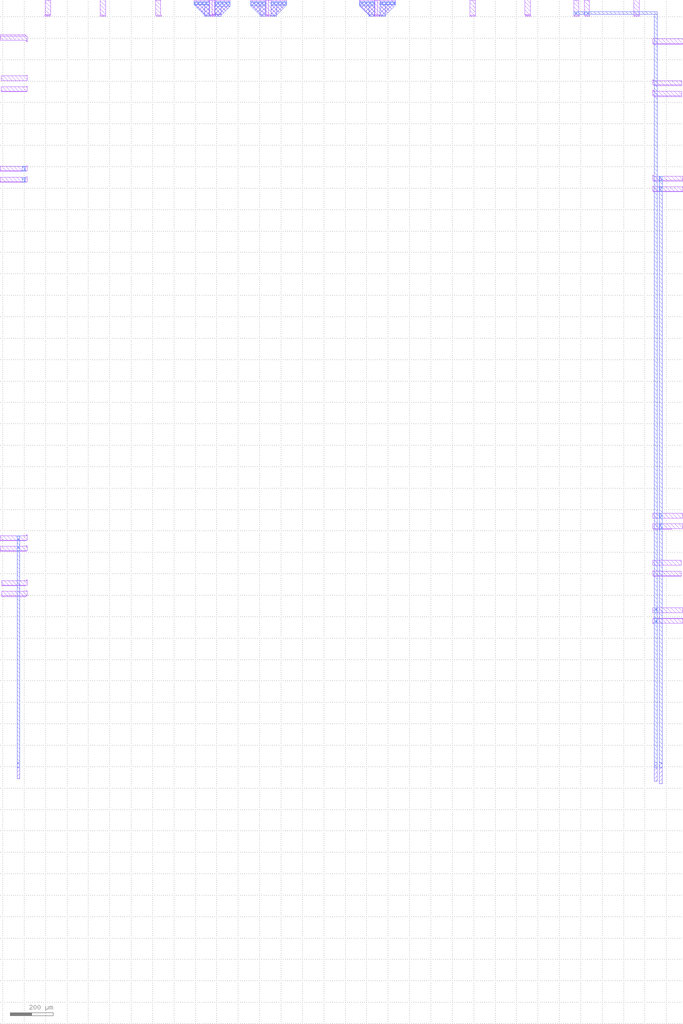
<source format=lef>
VERSION 5.7 ;
  NOWIREEXTENSIONATPIN ON ;
  DIVIDERCHAR "/" ;
  BUSBITCHARS "[]" ;
MACRO caravan_signal_routing
  CLASS BLOCK ;
  FOREIGN caravan_signal_routing ;
  ORIGIN 0.000 0.000 ;
  SIZE 1.000 BY 1.000 ;
  OBS
      LAYER met3 ;
        POLYGON 199.220 4710.300 199.220 4707.090 196.010 4707.090 ;
        RECT 199.220 4709.800 224.220 4778.310 ;
        RECT 199.220 4707.090 221.010 4709.800 ;
        RECT 196.010 4703.090 221.010 4707.090 ;
        POLYGON 221.010 4709.800 224.220 4709.800 221.010 4706.590 ;
        RECT 456.220 4707.090 481.220 4778.360 ;
        RECT 456.010 4706.410 481.220 4707.090 ;
        RECT 713.220 4707.090 738.220 4778.180 ;
        RECT 893.500 4756.600 964.895 4778.180 ;
        POLYGON 893.500 4756.600 943.010 4756.600 943.010 4707.090 ;
        RECT 943.010 4707.090 964.895 4756.600 ;
        RECT 966.395 4710.205 977.395 4778.180 ;
        POLYGON 966.395 4710.205 969.510 4710.205 969.510 4707.090 ;
        RECT 969.510 4707.090 977.395 4710.205 ;
        RECT 978.390 4710.710 989.390 4778.180 ;
        POLYGON 978.390 4710.710 980.260 4710.710 980.260 4708.840 ;
        RECT 980.260 4708.840 989.390 4710.710 ;
        RECT 990.890 4750.080 1062.500 4778.180 ;
        RECT 990.890 4710.710 1019.510 4750.080 ;
        POLYGON 990.890 4710.710 992.760 4710.710 992.760 4708.840 ;
        RECT 992.760 4708.840 1019.510 4710.710 ;
        POLYGON 977.395 4708.840 979.145 4707.090 977.395 4707.090 ;
        POLYGON 980.260 4708.840 982.010 4708.840 982.010 4707.090 ;
        RECT 982.010 4707.090 989.390 4708.840 ;
        POLYGON 989.390 4708.840 991.140 4707.090 989.390 4707.090 ;
        POLYGON 992.760 4708.840 994.510 4708.840 994.510 4707.090 ;
        RECT 713.220 4706.760 741.010 4707.090 ;
        RECT 456.010 4703.090 481.010 4706.410 ;
        RECT 716.010 4703.090 741.010 4706.760 ;
        RECT 943.010 4703.090 968.010 4707.090 ;
        RECT 969.510 4703.090 980.510 4707.090 ;
        RECT 982.010 4703.090 993.010 4707.090 ;
        RECT 994.510 4703.090 1019.510 4708.840 ;
        POLYGON 1019.510 4750.080 1062.500 4750.080 1019.510 4707.090 ;
        RECT 1156.500 4752.100 1227.895 4778.270 ;
        POLYGON 1156.500 4752.100 1201.510 4752.100 1201.510 4707.090 ;
        RECT 1201.510 4708.475 1227.895 4752.100 ;
        RECT 1201.510 4703.090 1226.510 4708.475 ;
        POLYGON 1226.510 4708.475 1227.895 4708.475 1226.510 4707.090 ;
        RECT 1229.395 4708.475 1240.395 4778.270 ;
        POLYGON 1229.395 4708.090 1229.395 4707.090 1228.395 4707.090 ;
        RECT 1229.395 4707.090 1239.010 4708.475 ;
        POLYGON 1239.010 4708.475 1240.395 4708.475 1239.010 4707.090 ;
        RECT 1241.390 4707.970 1252.390 4778.270 ;
        POLYGON 1241.390 4707.970 1241.390 4707.090 1240.510 4707.090 ;
        RECT 1241.390 4707.090 1251.510 4707.970 ;
        POLYGON 1251.510 4707.970 1252.390 4707.970 1251.510 4707.090 ;
        RECT 1253.890 4754.580 1325.500 4778.270 ;
        RECT 1253.890 4707.090 1278.010 4754.580 ;
        POLYGON 1278.010 4754.580 1325.500 4754.580 1278.010 4707.090 ;
        RECT 1665.500 4751.600 1736.895 4778.110 ;
        POLYGON 1665.500 4751.600 1710.010 4751.600 1710.010 4707.090 ;
        RECT 1710.010 4708.975 1736.895 4751.600 ;
        RECT 1228.010 4703.090 1239.010 4707.090 ;
        RECT 1240.510 4703.090 1251.510 4707.090 ;
        RECT 1253.010 4703.090 1278.010 4707.090 ;
        RECT 1710.010 4703.090 1735.010 4708.975 ;
        POLYGON 1735.010 4708.975 1736.895 4708.975 1735.010 4707.090 ;
        RECT 1738.395 4708.975 1749.395 4778.110 ;
        POLYGON 1738.395 4708.490 1738.395 4707.090 1736.995 4707.090 ;
        RECT 1738.395 4708.470 1748.890 4708.975 ;
        POLYGON 1748.890 4708.975 1749.395 4708.975 1748.890 4708.470 ;
        RECT 1750.390 4708.470 1761.390 4778.110 ;
        RECT 1738.395 4707.090 1747.510 4708.470 ;
        POLYGON 1747.510 4708.470 1748.890 4708.470 1747.510 4707.090 ;
        POLYGON 1750.390 4708.470 1750.390 4707.090 1749.010 4707.090 ;
        RECT 1750.390 4707.090 1760.010 4708.470 ;
        POLYGON 1760.010 4708.470 1761.390 4708.470 1760.010 4707.090 ;
        RECT 1762.890 4755.080 1834.500 4778.110 ;
        RECT 1762.890 4707.090 1786.510 4755.080 ;
        POLYGON 1786.510 4755.080 1834.500 4755.080 1786.510 4707.090 ;
        RECT 2182.220 4707.090 2207.220 4778.020 ;
        RECT 1736.510 4703.090 1747.510 4707.090 ;
        RECT 1749.010 4703.090 1760.010 4707.090 ;
        RECT 1761.510 4703.090 1786.510 4707.090 ;
        RECT 2182.010 4706.420 2207.220 4707.090 ;
        RECT 2439.220 4709.820 2464.220 4778.460 ;
        POLYGON 2439.220 4709.820 2442.010 4709.820 2442.010 4707.030 ;
        RECT 2442.010 4707.090 2464.220 4709.820 ;
        POLYGON 2464.220 4709.880 2467.010 4707.090 2464.220 4707.090 ;
        RECT 2182.010 4703.090 2207.010 4706.420 ;
        RECT 2442.010 4703.090 2467.010 4707.090 ;
        RECT 2667.000 4707.890 2690.895 4777.960 ;
        POLYGON 2667.000 4707.890 2668.010 4707.890 2668.010 4706.880 ;
        RECT 2668.010 4707.090 2690.895 4707.890 ;
        POLYGON 2690.895 4708.205 2692.010 4707.090 2690.895 4707.090 ;
        RECT 2668.010 4703.090 2692.010 4707.090 ;
        RECT 2716.890 4708.000 2740.790 4777.960 ;
        POLYGON 2716.890 4708.000 2718.010 4708.000 2718.010 4706.880 ;
        RECT 2718.010 4707.090 2740.790 4708.000 ;
        POLYGON 2740.790 4708.310 2742.010 4707.090 2740.790 4707.090 ;
        RECT 2948.220 4707.090 2973.220 4778.730 ;
        RECT 2718.010 4703.090 2742.010 4707.090 ;
        RECT 2948.010 4706.370 2973.220 4707.090 ;
        RECT 2948.010 4703.090 2973.010 4706.370 ;
        RECT -12.680 4609.300 105.820 4615.220 ;
        POLYGON 105.820 4615.220 111.740 4609.300 105.820 4609.300 ;
        RECT -12.680 4590.220 115.040 4609.300 ;
        POLYGON 105.125 4590.220 111.040 4590.220 111.040 4584.305 ;
        RECT 111.040 4584.300 115.040 4590.220 ;
        RECT 3035.040 4597.780 3039.040 4598.010 ;
        RECT 3035.040 4573.010 3177.530 4597.780 ;
        RECT 3038.580 4572.780 3177.530 4573.010 ;
        RECT 111.040 4424.200 115.040 4426.300 ;
        RECT -6.220 4402.300 115.040 4424.200 ;
        RECT -6.220 4400.255 111.260 4402.300 ;
        RECT 3035.040 4402.010 3039.040 4406.010 ;
        POLYGON 3039.040 4406.010 3043.040 4402.010 3039.040 4402.010 ;
        RECT 3035.040 4382.010 3170.900 4402.010 ;
        POLYGON 3038.130 4382.010 3042.140 4382.010 3042.140 4378.000 ;
        RECT 3042.140 4378.000 3170.900 4382.010 ;
        RECT 111.040 4374.000 115.040 4376.305 ;
        RECT -6.220 4352.300 115.040 4374.000 ;
        RECT -6.220 4350.000 111.300 4352.300 ;
        RECT 3035.040 4351.745 3039.040 4356.010 ;
        POLYGON 3039.040 4356.010 3043.305 4351.745 3039.040 4351.745 ;
        RECT 3035.040 4332.010 3170.900 4351.745 ;
        POLYGON 3038.170 4332.010 3042.380 4332.010 3042.380 4327.800 ;
        RECT 3042.380 4327.800 3170.900 4332.010 ;
        POLYGON 111.040 4004.300 111.040 4001.790 108.530 4001.790 ;
        RECT 111.040 4001.790 115.040 4004.300 ;
        RECT -12.000 3980.300 115.040 4001.790 ;
        RECT -12.000 3977.890 109.260 3980.300 ;
        POLYGON 109.260 3980.300 111.670 3980.300 109.260 3977.890 ;
        RECT 3035.040 3956.005 3039.040 3959.900 ;
        POLYGON 111.040 3954.300 111.040 3951.895 108.635 3951.895 ;
        RECT 111.040 3951.895 115.040 3954.300 ;
        RECT -12.000 3930.300 115.040 3951.895 ;
        RECT 3035.040 3935.900 3176.660 3956.005 ;
        RECT 3037.790 3932.105 3176.660 3935.900 ;
        RECT 37.960 3930.295 111.670 3930.300 ;
        RECT -12.000 3927.995 109.370 3930.295 ;
        POLYGON 109.370 3930.295 111.670 3930.295 109.370 3927.995 ;
        RECT 3035.040 3906.110 3039.040 3909.900 ;
        RECT 3035.040 3885.900 3176.660 3906.110 ;
        RECT 3037.790 3882.210 3176.660 3885.900 ;
        RECT 3035.040 2383.005 3039.040 2383.240 ;
        RECT 3035.040 2359.240 3176.660 2383.005 ;
        RECT 3038.790 2359.105 3124.080 2359.240 ;
        RECT 3035.040 2333.110 3039.040 2333.240 ;
        RECT 3035.040 2309.240 3176.660 2333.110 ;
        RECT 3038.830 2309.210 3124.120 2309.240 ;
        POLYGON 111.040 2281.530 111.040 2278.790 108.300 2278.790 ;
        RECT 111.040 2278.790 115.040 2281.530 ;
        RECT -12.000 2257.530 115.040 2278.790 ;
        RECT -12.000 2254.890 108.560 2257.530 ;
        POLYGON 108.560 2257.530 111.200 2257.530 108.560 2254.890 ;
        POLYGON 111.040 2231.525 111.040 2228.895 108.410 2228.895 ;
        RECT 111.040 2228.895 115.040 2231.530 ;
        RECT -12.000 2207.530 115.040 2228.895 ;
        RECT -12.000 2204.995 108.705 2207.530 ;
        POLYGON 108.705 2207.530 111.240 2207.530 108.705 2204.995 ;
        RECT 3035.040 2163.000 3039.040 2164.240 ;
        RECT 3035.040 2140.240 3169.390 2163.000 ;
        RECT 3038.710 2139.000 3169.390 2140.240 ;
        RECT 3035.040 2112.745 3039.040 2114.240 ;
        RECT 3035.040 2090.240 3169.390 2112.745 ;
        RECT 3038.710 2088.800 3169.390 2090.240 ;
        POLYGON 111.040 2071.530 111.040 2068.200 107.710 2068.200 ;
        RECT 111.040 2068.200 115.040 2071.530 ;
        RECT -4.500 2047.530 115.040 2068.200 ;
        RECT -4.500 2044.255 108.135 2047.530 ;
        POLYGON 108.135 2047.530 111.410 2047.530 108.135 2044.255 ;
        POLYGON 111.040 2021.530 111.040 2018.000 107.510 2018.000 ;
        RECT 111.040 2018.000 115.040 2021.530 ;
        RECT -4.500 1997.530 115.040 2018.000 ;
        RECT -4.500 1994.000 107.790 1997.530 ;
        POLYGON 107.790 1997.530 111.320 1997.530 107.790 1994.000 ;
        RECT 3038.840 1941.240 3176.880 1942.005 ;
        RECT 3035.040 1918.105 3176.880 1941.240 ;
        RECT 3035.040 1917.310 3173.620 1918.105 ;
        RECT 3035.040 1917.240 3039.040 1917.310 ;
        RECT 3038.790 1891.240 3176.880 1892.110 ;
        RECT 3035.040 1868.210 3176.880 1891.240 ;
        RECT 3035.040 1867.240 3039.040 1868.210 ;
      LAYER via3 ;
        RECT 895.635 4758.740 962.755 4767.460 ;
        RECT 993.025 4758.740 1060.145 4767.460 ;
        RECT 1158.635 4758.740 1225.755 4767.460 ;
        RECT 1256.025 4758.740 1323.145 4767.460 ;
        RECT 1667.635 4758.740 1734.755 4767.460 ;
        RECT 1765.025 4758.740 1832.145 4767.460 ;
        RECT 2667.925 4711.955 2689.845 4723.475 ;
        RECT 2717.925 4711.955 2739.845 4723.475 ;
        RECT 91.780 3979.040 103.300 4000.960 ;
        RECT 91.780 3929.040 103.300 3950.960 ;
        RECT 3068.125 3933.255 3079.645 3955.175 ;
        RECT 3068.125 3883.255 3079.645 3905.175 ;
        RECT 3068.125 2360.255 3079.645 2382.175 ;
        RECT 3068.125 2310.255 3079.645 2332.175 ;
        RECT 67.780 2256.040 79.300 2277.960 ;
        RECT 67.780 2206.040 79.300 2227.960 ;
        RECT 3044.125 1919.255 3055.645 1941.175 ;
        RECT 3044.125 1869.255 3055.645 1891.175 ;
      LAYER met4 ;
        RECT 893.500 4756.600 964.895 4769.600 ;
        POLYGON 893.500 4756.600 943.010 4756.600 943.010 4707.090 ;
        RECT 943.010 4707.090 964.895 4756.600 ;
        RECT 990.890 4758.600 1062.285 4769.600 ;
        RECT 990.890 4750.080 1062.500 4758.600 ;
        RECT 990.890 4710.710 1019.510 4750.080 ;
        POLYGON 990.890 4710.710 994.510 4710.710 994.510 4707.090 ;
        RECT 943.010 4703.090 968.010 4707.090 ;
        RECT 994.510 4703.090 1019.510 4710.710 ;
        POLYGON 1019.510 4750.080 1062.500 4750.080 1019.510 4707.090 ;
        RECT 1156.500 4752.100 1227.895 4769.600 ;
        POLYGON 1156.500 4752.100 1201.510 4752.100 1201.510 4707.090 ;
        RECT 1201.510 4708.475 1227.895 4752.100 ;
        RECT 1201.510 4703.090 1226.510 4708.475 ;
        POLYGON 1226.510 4708.475 1227.895 4708.475 1226.510 4707.090 ;
        RECT 1253.890 4758.600 1325.285 4769.600 ;
        RECT 1253.890 4754.580 1325.500 4758.600 ;
        RECT 1253.890 4707.090 1278.010 4754.580 ;
        POLYGON 1278.010 4754.580 1325.500 4754.580 1278.010 4707.090 ;
        RECT 1665.500 4751.600 1736.895 4769.600 ;
        POLYGON 1665.500 4751.600 1710.010 4751.600 1710.010 4707.090 ;
        RECT 1710.010 4708.975 1736.895 4751.600 ;
        RECT 1253.010 4703.090 1278.010 4707.090 ;
        RECT 1710.010 4703.090 1735.010 4708.975 ;
        POLYGON 1735.010 4708.975 1736.895 4708.975 1735.010 4707.090 ;
        RECT 1762.890 4758.600 1834.285 4769.600 ;
        RECT 1762.890 4755.080 1834.500 4758.600 ;
        RECT 1762.890 4707.090 1786.510 4755.080 ;
        POLYGON 1786.510 4755.080 1834.500 4755.080 1786.510 4707.090 ;
        RECT 2667.005 4711.410 2690.895 4724.420 ;
        RECT 2716.890 4711.410 2740.790 4724.405 ;
        RECT 1761.510 4703.090 1786.510 4707.090 ;
        RECT 90.955 3977.890 103.955 4001.790 ;
        RECT 90.955 3927.995 103.955 3951.895 ;
        RECT 3067.300 3932.105 3080.300 3956.005 ;
        RECT 3067.300 3882.210 3080.300 3906.110 ;
        RECT 3067.300 2359.105 3080.300 2383.005 ;
        RECT 3067.300 2309.210 3080.300 2333.110 ;
        RECT 66.955 2254.890 79.955 2278.790 ;
        RECT 66.955 2204.995 79.955 2228.895 ;
        RECT 3043.300 1917.310 3056.300 1942.005 ;
        RECT 3043.300 1868.210 3056.300 1892.110 ;
        RECT 66.950 1144.180 79.950 1218.290 ;
        RECT 3043.300 1132.580 3056.300 1218.290 ;
        RECT 3067.300 1120.980 3080.300 1218.290 ;
      LAYER met5 ;
        RECT 893.500 4756.600 964.895 4769.600 ;
        POLYGON 893.500 4756.600 943.010 4756.600 943.010 4707.090 ;
        RECT 943.010 4707.090 964.895 4756.600 ;
        RECT 990.890 4758.600 1062.285 4769.600 ;
        RECT 990.890 4750.080 1062.500 4758.600 ;
        RECT 990.890 4710.710 1019.510 4750.080 ;
        POLYGON 990.890 4710.710 994.510 4710.710 994.510 4707.090 ;
        RECT 943.010 4703.090 968.010 4707.090 ;
        RECT 994.510 4703.090 1019.510 4710.710 ;
        POLYGON 1019.510 4750.080 1062.500 4750.080 1019.510 4707.090 ;
        RECT 1156.500 4752.100 1227.895 4769.600 ;
        POLYGON 1156.500 4752.100 1201.510 4752.100 1201.510 4707.090 ;
        RECT 1201.510 4708.475 1227.895 4752.100 ;
        RECT 1201.510 4703.090 1226.510 4708.475 ;
        POLYGON 1226.510 4708.475 1227.895 4708.475 1226.510 4707.090 ;
        RECT 1253.890 4758.600 1325.285 4769.600 ;
        RECT 1253.890 4754.580 1325.500 4758.600 ;
        RECT 1253.890 4707.090 1278.010 4754.580 ;
        POLYGON 1278.010 4754.580 1325.500 4754.580 1278.010 4707.090 ;
        RECT 1665.500 4751.600 1736.895 4769.600 ;
        POLYGON 1665.500 4751.600 1710.010 4751.600 1710.010 4707.090 ;
        RECT 1710.010 4708.975 1736.895 4751.600 ;
        RECT 1253.010 4703.090 1278.010 4707.090 ;
        RECT 1710.010 4703.090 1735.010 4708.975 ;
        POLYGON 1735.010 4708.975 1736.895 4708.975 1735.010 4707.090 ;
        RECT 1762.890 4758.600 1834.285 4769.600 ;
        RECT 1762.890 4755.080 1834.500 4758.600 ;
        RECT 1762.890 4707.090 1786.510 4755.080 ;
        POLYGON 1786.510 4755.080 1834.500 4755.080 1786.510 4707.090 ;
        RECT 2667.000 4711.410 3056.300 4724.410 ;
        RECT 1761.510 4703.090 1786.510 4707.090 ;
        RECT 66.955 1195.000 79.955 2278.790 ;
        RECT 3043.300 1195.000 3056.300 4711.410 ;
        RECT 3067.300 1195.000 3080.300 3956.005 ;
  END
END caravan_signal_routing
END LIBRARY


</source>
